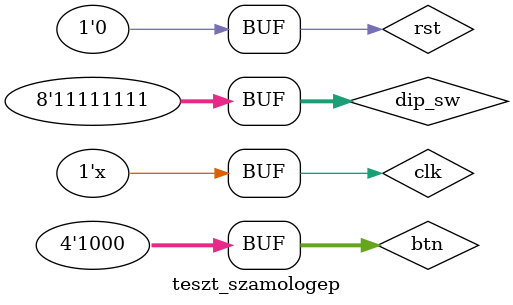
<source format=v>
`timescale 1ns / 1ps


module teszt_szamologep;

	// Inputs
	reg clk;
	reg rst;
	reg [7:0] dip_sw;
	reg [3:0] btn;

	// Outputs
	wire [7:0] leds;
	wire [3:0] AN;
	wire [7:0] SEG;

	// Instantiate the Unit Under Test (UUT)
	szamologep uut (
		.clk(clk), 
		.rst(rst), 
		.dip_sw(dip_sw), 
		.btn(btn), 
		.leds(leds), 
		.AN(AN), 
		.SEG(SEG)
	);

	initial begin
		// Initialize Inputs
		clk = 0;
		rst = 1;
		dip_sw = 0;
		btn = 0;

		// Wait 100 ns for global reset to finish
		#100;
		rst=0;
		dip_sw=8'b1111_1111;
		
		#100
		btn=4'b0001;
		  
		#100
		btn=4'b0010;
		 
		#100
		btn=4'b0100;
		 
		#200
		btn=4'b1000;
		// Add stimulus here

	end
      always #5
			clk=~clk;
      
endmodule


</source>
